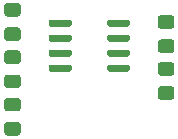
<source format=gbr>
%TF.GenerationSoftware,KiCad,Pcbnew,(5.1.6)-1*%
%TF.CreationDate,2020-09-29T22:59:59+05:30*%
%TF.ProjectId,GettingToBlinky5.0,47657474-696e-4675-946f-426c696e6b79,rev?*%
%TF.SameCoordinates,Original*%
%TF.FileFunction,Paste,Top*%
%TF.FilePolarity,Positive*%
%FSLAX46Y46*%
G04 Gerber Fmt 4.6, Leading zero omitted, Abs format (unit mm)*
G04 Created by KiCad (PCBNEW (5.1.6)-1) date 2020-09-29 22:59:59*
%MOMM*%
%LPD*%
G01*
G04 APERTURE LIST*
G04 APERTURE END LIST*
%TO.C,U1*%
G36*
G01*
X163550000Y-104745000D02*
X163550000Y-104445000D01*
G75*
G02*
X163700000Y-104295000I150000J0D01*
G01*
X165350000Y-104295000D01*
G75*
G02*
X165500000Y-104445000I0J-150000D01*
G01*
X165500000Y-104745000D01*
G75*
G02*
X165350000Y-104895000I-150000J0D01*
G01*
X163700000Y-104895000D01*
G75*
G02*
X163550000Y-104745000I0J150000D01*
G01*
G37*
G36*
G01*
X163550000Y-106015000D02*
X163550000Y-105715000D01*
G75*
G02*
X163700000Y-105565000I150000J0D01*
G01*
X165350000Y-105565000D01*
G75*
G02*
X165500000Y-105715000I0J-150000D01*
G01*
X165500000Y-106015000D01*
G75*
G02*
X165350000Y-106165000I-150000J0D01*
G01*
X163700000Y-106165000D01*
G75*
G02*
X163550000Y-106015000I0J150000D01*
G01*
G37*
G36*
G01*
X163550000Y-107285000D02*
X163550000Y-106985000D01*
G75*
G02*
X163700000Y-106835000I150000J0D01*
G01*
X165350000Y-106835000D01*
G75*
G02*
X165500000Y-106985000I0J-150000D01*
G01*
X165500000Y-107285000D01*
G75*
G02*
X165350000Y-107435000I-150000J0D01*
G01*
X163700000Y-107435000D01*
G75*
G02*
X163550000Y-107285000I0J150000D01*
G01*
G37*
G36*
G01*
X163550000Y-108555000D02*
X163550000Y-108255000D01*
G75*
G02*
X163700000Y-108105000I150000J0D01*
G01*
X165350000Y-108105000D01*
G75*
G02*
X165500000Y-108255000I0J-150000D01*
G01*
X165500000Y-108555000D01*
G75*
G02*
X165350000Y-108705000I-150000J0D01*
G01*
X163700000Y-108705000D01*
G75*
G02*
X163550000Y-108555000I0J150000D01*
G01*
G37*
G36*
G01*
X168500000Y-108555000D02*
X168500000Y-108255000D01*
G75*
G02*
X168650000Y-108105000I150000J0D01*
G01*
X170300000Y-108105000D01*
G75*
G02*
X170450000Y-108255000I0J-150000D01*
G01*
X170450000Y-108555000D01*
G75*
G02*
X170300000Y-108705000I-150000J0D01*
G01*
X168650000Y-108705000D01*
G75*
G02*
X168500000Y-108555000I0J150000D01*
G01*
G37*
G36*
G01*
X168500000Y-107285000D02*
X168500000Y-106985000D01*
G75*
G02*
X168650000Y-106835000I150000J0D01*
G01*
X170300000Y-106835000D01*
G75*
G02*
X170450000Y-106985000I0J-150000D01*
G01*
X170450000Y-107285000D01*
G75*
G02*
X170300000Y-107435000I-150000J0D01*
G01*
X168650000Y-107435000D01*
G75*
G02*
X168500000Y-107285000I0J150000D01*
G01*
G37*
G36*
G01*
X168500000Y-106015000D02*
X168500000Y-105715000D01*
G75*
G02*
X168650000Y-105565000I150000J0D01*
G01*
X170300000Y-105565000D01*
G75*
G02*
X170450000Y-105715000I0J-150000D01*
G01*
X170450000Y-106015000D01*
G75*
G02*
X170300000Y-106165000I-150000J0D01*
G01*
X168650000Y-106165000D01*
G75*
G02*
X168500000Y-106015000I0J150000D01*
G01*
G37*
G36*
G01*
X168500000Y-104745000D02*
X168500000Y-104445000D01*
G75*
G02*
X168650000Y-104295000I150000J0D01*
G01*
X170300000Y-104295000D01*
G75*
G02*
X170450000Y-104445000I0J-150000D01*
G01*
X170450000Y-104745000D01*
G75*
G02*
X170300000Y-104895000I-150000J0D01*
G01*
X168650000Y-104895000D01*
G75*
G02*
X168500000Y-104745000I0J150000D01*
G01*
G37*
%TD*%
%TO.C,R3*%
G36*
G01*
X160049999Y-108950000D02*
X160950001Y-108950000D01*
G75*
G02*
X161200000Y-109199999I0J-249999D01*
G01*
X161200000Y-109850001D01*
G75*
G02*
X160950001Y-110100000I-249999J0D01*
G01*
X160049999Y-110100000D01*
G75*
G02*
X159800000Y-109850001I0J249999D01*
G01*
X159800000Y-109199999D01*
G75*
G02*
X160049999Y-108950000I249999J0D01*
G01*
G37*
G36*
G01*
X160049999Y-106900000D02*
X160950001Y-106900000D01*
G75*
G02*
X161200000Y-107149999I0J-249999D01*
G01*
X161200000Y-107800001D01*
G75*
G02*
X160950001Y-108050000I-249999J0D01*
G01*
X160049999Y-108050000D01*
G75*
G02*
X159800000Y-107800001I0J249999D01*
G01*
X159800000Y-107149999D01*
G75*
G02*
X160049999Y-106900000I249999J0D01*
G01*
G37*
%TD*%
%TO.C,R2*%
G36*
G01*
X173049999Y-109950000D02*
X173950001Y-109950000D01*
G75*
G02*
X174200000Y-110199999I0J-249999D01*
G01*
X174200000Y-110850001D01*
G75*
G02*
X173950001Y-111100000I-249999J0D01*
G01*
X173049999Y-111100000D01*
G75*
G02*
X172800000Y-110850001I0J249999D01*
G01*
X172800000Y-110199999D01*
G75*
G02*
X173049999Y-109950000I249999J0D01*
G01*
G37*
G36*
G01*
X173049999Y-107900000D02*
X173950001Y-107900000D01*
G75*
G02*
X174200000Y-108149999I0J-249999D01*
G01*
X174200000Y-108800001D01*
G75*
G02*
X173950001Y-109050000I-249999J0D01*
G01*
X173049999Y-109050000D01*
G75*
G02*
X172800000Y-108800001I0J249999D01*
G01*
X172800000Y-108149999D01*
G75*
G02*
X173049999Y-107900000I249999J0D01*
G01*
G37*
%TD*%
%TO.C,R1*%
G36*
G01*
X173049999Y-105975000D02*
X173950001Y-105975000D01*
G75*
G02*
X174200000Y-106224999I0J-249999D01*
G01*
X174200000Y-106875001D01*
G75*
G02*
X173950001Y-107125000I-249999J0D01*
G01*
X173049999Y-107125000D01*
G75*
G02*
X172800000Y-106875001I0J249999D01*
G01*
X172800000Y-106224999D01*
G75*
G02*
X173049999Y-105975000I249999J0D01*
G01*
G37*
G36*
G01*
X173049999Y-103925000D02*
X173950001Y-103925000D01*
G75*
G02*
X174200000Y-104174999I0J-249999D01*
G01*
X174200000Y-104825001D01*
G75*
G02*
X173950001Y-105075000I-249999J0D01*
G01*
X173049999Y-105075000D01*
G75*
G02*
X172800000Y-104825001I0J249999D01*
G01*
X172800000Y-104174999D01*
G75*
G02*
X173049999Y-103925000I249999J0D01*
G01*
G37*
%TD*%
%TO.C,D1*%
G36*
G01*
X160950001Y-112075000D02*
X160049999Y-112075000D01*
G75*
G02*
X159800000Y-111825001I0J249999D01*
G01*
X159800000Y-111174999D01*
G75*
G02*
X160049999Y-110925000I249999J0D01*
G01*
X160950001Y-110925000D01*
G75*
G02*
X161200000Y-111174999I0J-249999D01*
G01*
X161200000Y-111825001D01*
G75*
G02*
X160950001Y-112075000I-249999J0D01*
G01*
G37*
G36*
G01*
X160950001Y-114125000D02*
X160049999Y-114125000D01*
G75*
G02*
X159800000Y-113875001I0J249999D01*
G01*
X159800000Y-113224999D01*
G75*
G02*
X160049999Y-112975000I249999J0D01*
G01*
X160950001Y-112975000D01*
G75*
G02*
X161200000Y-113224999I0J-249999D01*
G01*
X161200000Y-113875001D01*
G75*
G02*
X160950001Y-114125000I-249999J0D01*
G01*
G37*
%TD*%
%TO.C,C1*%
G36*
G01*
X160950001Y-104050000D02*
X160049999Y-104050000D01*
G75*
G02*
X159800000Y-103800001I0J249999D01*
G01*
X159800000Y-103149999D01*
G75*
G02*
X160049999Y-102900000I249999J0D01*
G01*
X160950001Y-102900000D01*
G75*
G02*
X161200000Y-103149999I0J-249999D01*
G01*
X161200000Y-103800001D01*
G75*
G02*
X160950001Y-104050000I-249999J0D01*
G01*
G37*
G36*
G01*
X160950001Y-106100000D02*
X160049999Y-106100000D01*
G75*
G02*
X159800000Y-105850001I0J249999D01*
G01*
X159800000Y-105199999D01*
G75*
G02*
X160049999Y-104950000I249999J0D01*
G01*
X160950001Y-104950000D01*
G75*
G02*
X161200000Y-105199999I0J-249999D01*
G01*
X161200000Y-105850001D01*
G75*
G02*
X160950001Y-106100000I-249999J0D01*
G01*
G37*
%TD*%
M02*

</source>
